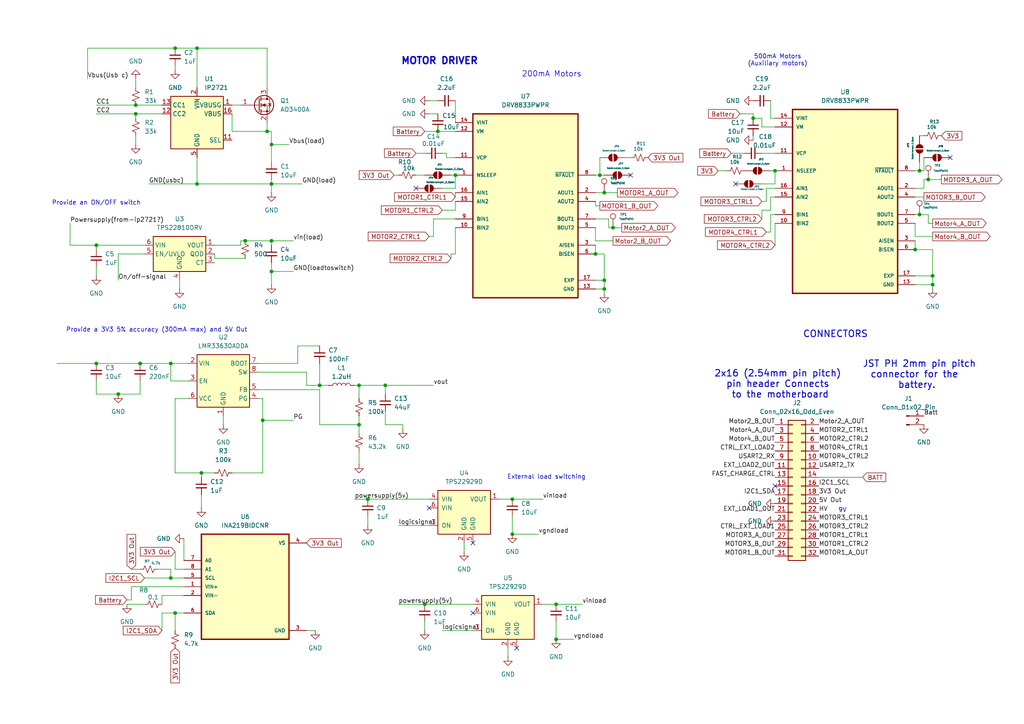
<source format=kicad_sch>
(kicad_sch (version 20250114) (generator "eeschema") (generator_version "9.0")
  (paper "A4")
  (title_block (title "Micrmouse Power Subsystem") (date "2025-03-26") (company "UCT") (comment 1 "HLNKHA010 and MKNMAI001 Group 51") (comment 2 "Author: Khanyisa Hlungwani and Maitele Makungo"))
  (lib_symbols
    (symbol "Connector:Conn_01x02_Pin" (pin_names (offset 1.016) (hide yes))
      (property "Reference" "J" (at 0 2.54 0))
      (property "Value" "Conn_01x02_Pin" (at 0 -5.08 0))
      (symbol "Conn_01x02_Pin_1_1"
        (pin passive line (at 5.08 0 180) (length 3.81) (name "Pin_1") (number "1"))
        (pin passive line (at 5.08 -2.54 180) (length 3.81) (name "Pin_2") (number "2"))
      )
    )
    (symbol "Connector:TestPoint" (pin_numbers (hide yes)) (pin_names (offset 0.762) (hide yes))
      (property "Reference" "TP" (at 0 6.858 0))
      (property "Value" "TestPoint" (at 0 5.08 0))
      (symbol "TestPoint_1_1"
        (pin passive line (at 0 0 90) (length 2.54) (name "1") (number "1"))
      )
    )
    (symbol "Connector_Generic:Conn_02x16_Odd_Even" (pin_names (offset 1.016) (hide yes))
      (property "Reference" "J" (at 1.27 20.32 0))
      (property "Value" "Conn_02x16_Odd_Even" (at 1.27 -22.86 0))
      (symbol "Conn_02x16_Odd_Even_1_1"
        (pin passive line (at -5.08 17.78 0) (length 3.81) (name "Pin_1") (number "1"))
        (pin passive line (at -5.08 15.24 0) (length 3.81) (name "Pin_3") (number "3"))
        (pin passive line (at -5.08 12.7 0) (length 3.81) (name "Pin_5") (number "5"))
        (pin passive line (at -5.08 10.16 0) (length 3.81) (name "Pin_7") (number "7"))
        (pin passive line (at -5.08 7.62 0) (length 3.81) (name "Pin_9") (number "9"))
        (pin passive line (at -5.08 5.08 0) (length 3.81) (name "Pin_11") (number "11"))
        (pin passive line (at -5.08 2.54 0) (length 3.81) (name "Pin_13") (number "13"))
        (pin passive line (at -5.08 0 0) (length 3.81) (name "Pin_15") (number "15"))
        (pin passive line (at -5.08 -2.54 0) (length 3.81) (name "Pin_17") (number "17"))
        (pin passive line (at -5.08 -5.08 0) (length 3.81) (name "Pin_19") (number "19"))
        (pin passive line (at -5.08 -7.62 0) (length 3.81) (name "Pin_21") (number "21"))
        (pin passive line (at -5.08 -10.16 0) (length 3.81) (name "Pin_23") (number "23"))
        (pin passive line (at -5.08 -12.7 0) (length 3.81) (name "Pin_25") (number "25"))
        (pin passive line (at -5.08 -15.24 0) (length 3.81) (name "Pin_27") (number "27"))
        (pin passive line (at -5.08 -17.78 0) (length 3.81) (name "Pin_29") (number "29"))
        (pin passive line (at -5.08 -20.32 0) (length 3.81) (name "Pin_31") (number "31"))
        (pin passive line (at 7.62 17.78 180) (length 3.81) (name "Pin_2") (number "2"))
        (pin passive line (at 7.62 15.24 180) (length 3.81) (name "Pin_4") (number "4"))
        (pin passive line (at 7.62 12.7 180) (length 3.81) (name "Pin_6") (number "6"))
        (pin passive line (at 7.62 10.16 180) (length 3.81) (name "Pin_8") (number "8"))
        (pin passive line (at 7.62 7.62 180) (length 3.81) (name "Pin_10") (number "10"))
        (pin passive line (at 7.62 5.08 180) (length 3.81) (name "Pin_12") (number "12"))
        (pin passive line (at 7.62 2.54 180) (length 3.81) (name "Pin_14") (number "14"))
        (pin passive line (at 7.62 0 180) (length 3.81) (name "Pin_16") (number "16"))
        (pin passive line (at 7.62 -2.54 180) (length 3.81) (name "Pin_18") (number "18"))
        (pin passive line (at 7.62 -5.08 180) (length 3.81) (name "Pin_20") (number "20"))
        (pin passive line (at 7.62 -7.62 180) (length 3.81) (name "Pin_22") (number "22"))
        (pin passive line (at 7.62 -10.16 180) (length 3.81) (name "Pin_24") (number "24"))
        (pin passive line (at 7.62 -12.7 180) (length 3.81) (name "Pin_26") (number "26"))
        (pin passive line (at 7.62 -15.24 180) (length 3.81) (name "Pin_28") (number "28"))
        (pin passive line (at 7.62 -17.78 180) (length 3.81) (name "Pin_30") (number "30"))
        (pin passive line (at 7.62 -20.32 180) (length 3.81) (name "Pin_32") (number "32"))
      )
    )
    (symbol "DRV8833PWPR:DRV8833PWPR" (pin_names (offset 1.016))
      (property "Reference" "U" (at -15.24 28.94 0))
      (property "Value" "DRV8833PWPR" (at -15.24 -29.4 0))
      (symbol "DRV8833PWPR_0_0"
        (pin power_in line (at -20.32 25.4 0) (length 5.08) (name "VINT") (number "14"))
        (pin power_in line (at -20.32 22.86 0) (length 5.08) (name "VM") (number "12"))
        (pin bidirectional line (at -20.32 15.24 0) (length 5.08) (name "VCP") (number "11"))
        (pin input line (at -20.32 10.16 0) (length 5.08) (name "NSLEEP") (number "1"))
        (pin input line (at -20.32 5.08 0) (length 5.08) (name "AIN1") (number "16"))
        (pin input line (at -20.32 2.54 0) (length 5.08) (name "AIN2") (number "15"))
        (pin input line (at -20.32 -2.54 0) (length 5.08) (name "BIN1") (number "9"))
        (pin input line (at -20.32 -5.08 0) (length 5.08) (name "BIN2") (number "10"))
        (pin output line (at 20.32 10.16 180) (length 5.08) (name "~{NFAULT}") (number "8"))
        (pin output line (at 20.32 5.08 180) (length 5.08) (name "AOUT1") (number "2"))
        (pin output line (at 20.32 2.54 180) (length 5.08) (name "AOUT2") (number "4"))
        (pin output line (at 20.32 -2.54 180) (length 5.08) (name "BOUT1") (number "7"))
        (pin output line (at 20.32 -5.08 180) (length 5.08) (name "BOUT2") (number "5"))
        (pin bidirectional line (at 20.32 -10.16 180) (length 5.08) (name "AISEN") (number "3"))
        (pin bidirectional line (at 20.32 -12.7 180) (length 5.08) (name "BISEN") (number "6"))
        (pin passive line (at 20.32 -20.32 180) (length 5.08) (name "EXP") (number "17"))
        (pin power_in line (at 20.32 -22.86 180) (length 5.08) (name "GND") (number "13"))
      )
    )
    (symbol "Device:C_Small" (pin_numbers (hide yes)) (pin_names (offset 0.254) (hide yes))
      (property "Reference" "C" (at 0.254 1.778 0))
      (property "Value" "C_Small" (at 0.254 -2.032 0))
      (symbol "C_Small_1_1"
        (pin passive line (at 0 2.54 270) (length 2.032) (name "~") (number "1"))
        (pin passive line (at 0 -2.54 90) (length 2.032) (name "~") (number "2"))
      )
    )
    (symbol "Device:L" (pin_numbers (hide yes)) (pin_names (offset 1.016) (hide yes))
      (property "Reference" "L" (at -1.27 0 90))
      (property "Value" "L" (at 1.905 0 90))
      (symbol "L_1_1"
        (pin passive line (at 0 3.81 270) (length 1.27) (name "1") (number "1"))
        (pin passive line (at 0 -3.81 90) (length 1.27) (name "2") (number "2"))
      )
    )
    (symbol "Device:R_Small_US" (pin_numbers (hide yes)) (pin_names (offset 0.254) (hide yes))
      (property "Reference" "R" (at 0.762 0.508 0))
      (property "Value" "R_Small_US" (at 0.762 -1.016 0))
      (symbol "R_Small_US_1_1"
        (pin passive line (at 0 2.54 270) (length 1.016) (name "~") (number "1"))
        (pin passive line (at 0 -2.54 90) (length 1.016) (name "~") (number "2"))
      )
    )
    (symbol "INA219BIDCNR:INA219BIDCNR" (pin_names (offset 1.016))
      (property "Reference" "U" (at -12.7 16.24 0))
      (property "Value" "INA219BIDCNR" (at -12.7 -19.24 0))
      (symbol "INA219BIDCNR_0_0"
        (pin input line (at -17.78 7.62 0) (length 5.08) (name "A0") (number "7"))
        (pin input line (at -17.78 5.08 0) (length 5.08) (name "A1") (number "8"))
        (pin input line (at -17.78 2.54 0) (length 5.08) (name "SCL") (number "5"))
        (pin input line (at -17.78 0 0) (length 5.08) (name "VIN+") (number "1"))
        (pin input line (at -17.78 -2.54 0) (length 5.08) (name "VIN-") (number "2"))
        (pin bidirectional line (at -17.78 -7.62 0) (length 5.08) (name "SDA") (number "6"))
        (pin power_in line (at 17.78 12.7 180) (length 5.08) (name "VS") (number "4"))
        (pin power_in line (at 17.78 -12.7 180) (length 5.08) (name "GND") (number "3"))
      )
    )
    (symbol "Interface_USB:IP2721"
      (property "Reference" "U" (at 5.08 -10.16 0))
      (property "Value" "IP2721" (at 7.62 -12.7 0))
      (symbol "IP2721_1_1"
        (pin bidirectional line (at -10.16 5.08 0) (length 2.54) (name "CC1") (number "13"))
        (pin bidirectional line (at -10.16 2.54 0) (length 2.54) (name "CC2") (number "12"))
        (pin no_connect line (at -7.62 -2.54 0) (length 2.54) (hide yes) (name "NC") (number "4"))
        (pin no_connect line (at -5.08 7.62 270) (length 2.54) (hide yes) (name "NC") (number "3"))
        (pin no_connect line (at -5.08 -7.62 90) (length 2.54) (hide yes) (name "NC") (number "9"))
        (pin no_connect line (at -2.54 7.62 270) (length 2.54) (hide yes) (name "NC") (number "6"))
        (pin no_connect line (at -2.54 -7.62 90) (length 2.54) (hide yes) (name "NC") (number "10"))
        (pin power_in line (at 0 10.16 270) (length 2.54) (name "VIN") (number "2"))
        (pin power_in line (at 0 -10.16 90) (length 2.54) (name "GND") (number "5"))
        (pin no_connect line (at 2.54 7.62 270) (length 2.54) (hide yes) (name "NC") (number "7"))
        (pin no_connect line (at 2.54 -7.62 90) (length 2.54) (hide yes) (name "NC") (number "14"))
        (pin no_connect line (at 5.08 7.62 270) (length 2.54) (hide yes) (name "NC") (number "8"))
        (pin no_connect line (at 5.08 -7.62 90) (length 2.54) (hide yes) (name "NC") (number "15"))
        (pin output line (at 10.16 5.08 180) (length 2.54) (name "VBUSG") (number "1"))
        (pin input line (at 10.16 2.54 180) (length 2.54) (name "VBUS") (number "16"))
        (pin input line (at 10.16 -5.08 180) (length 2.54) (name "SEL") (number "11"))
      )
    )
    (symbol "Jumper:SolderJumper_2_Open" (pin_numbers (hide yes)) (pin_names (offset 0) (hide yes)) (exclude_from_sim yes) (in_bom no)
      (property "Reference" "JP" (at 0 2.032 0))
      (property "Value" "SolderJumper_2_Open" (at 0 -2.54 0))
      (symbol "SolderJumper_2_Open_1_1"
        (pin passive line (at -3.81 0 0) (length 2.54) (name "A") (number "1"))
        (pin passive line (at 3.81 0 180) (length 2.54) (name "B") (number "2"))
      )
    )
    (symbol "Power_Management:TPS22810DRV"
      (property "Reference" "U" (at -6.35 6.35 0))
      (property "Value" "TPS22810DRV" (at 7.62 -6.35 0))
      (symbol "TPS22810DRV_1_1"
        (pin power_in line (at -10.16 2.54 0) (length 2.54) (name "VIN") (number "6"))
        (pin input line (at -10.16 0 0) (length 2.54) (name "EN/UVLO") (number "5"))
        (pin power_in line (at 0 -7.62 90) (length 2.54) (name "GND") (number "4"))
        (pin passive line (at 0 -7.62 90) (length 2.54) (hide yes) (name "GND") (number "7"))
        (pin power_out line (at 10.16 2.54 180) (length 2.54) (name "VOUT") (number "1"))
        (pin open_collector line (at 10.16 0 180) (length 2.54) (name "QOD") (number "2"))
        (pin output line (at 10.16 -2.54 180) (length 2.54) (name "CT") (number "3"))
      )
    )
    (symbol "Power_Management:TPS22929D" (pin_names (offset 1.016))
      (property "Reference" "U" (at -7.62 8.89 0))
      (property "Value" "TPS22929D" (at 7.62 8.89 0))
      (symbol "TPS22929D_1_1"
        (pin power_in line (at -10.16 5.08 0) (length 2.54) (name "VIN") (number "4"))
        (pin power_in line (at -10.16 2.54 0) (length 2.54) (name "VIN") (number "6"))
        (pin input line (at -10.16 -2.54 0) (length 2.54) (name "ON") (number "3"))
        (pin power_in line (at 0 -7.62 90) (length 2.54) (name "GND") (number "2"))
        (pin power_in line (at 2.54 -7.62 90) (length 2.54) (name "GND") (number "5"))
        (pin power_out line (at 10.16 5.08 180) (length 2.54) (name "VOUT") (number "1"))
      )
    )
    (symbol "Regulator_Switching:LMR33630ADDA"
      (property "Reference" "U" (at 0 11.43 0))
      (property "Value" "LMR33630ADDA" (at 0 8.89 0))
      (symbol "LMR33630ADDA_1_1"
        (pin power_in line (at -10.16 5.08 0) (length 2.54) (name "VIN") (number "2"))
        (pin input line (at -10.16 0 0) (length 2.54) (name "EN") (number "3"))
        (pin power_out line (at -10.16 -5.08 0) (length 2.54) (name "VCC") (number "6"))
        (pin power_in line (at 0 -10.16 90) (length 2.54) (name "GND") (number "1"))
        (pin passive line (at 0 -10.16 90) (length 2.54) (hide yes) (name "GND") (number "9"))
        (pin input line (at 10.16 5.08 180) (length 2.54) (name "BOOT") (number "7"))
        (pin output line (at 10.16 2.54 180) (length 2.54) (name "SW") (number "8"))
        (pin input line (at 10.16 -2.54 180) (length 2.54) (name "FB") (number "5"))
        (pin open_collector line (at 10.16 -5.08 180) (length 2.54) (name "PG") (number "4"))
      )
    )
    (symbol "Transistor_FET:AO3400A" (pin_names (hide yes))
      (property "Reference" "Q" (at 5.08 1.905 0))
      (property "Value" "AO3400A" (at 5.08 0 0))
      (symbol "AO3400A_1_1"
        (pin input line (at -5.08 0 0) (length 2.54) (name "G") (number "1"))
        (pin passive line (at 2.54 5.08 270) (length 2.54) (name "D") (number "3"))
        (pin passive line (at 2.54 -5.08 90) (length 2.54) (name "S") (number "2"))
      )
    )
    (symbol "power:GND" (power) (pin_numbers (hide yes)) (pin_names (offset 0) (hide yes))
      (property "Value" "GND" (at 0 -3.81 0))
      (symbol "GND_1_1"
        (pin power_in line (at 0 0 270) (length 0) (name "~") (number "1"))
      )
    )
  )
  (text "2x16 (2.54mm pin pitch) \npin header Connects \nto the motherboard\n" (at 226.314 111.506 0) (effects (font (size 1.9 1.9) (thickness 0.254) (bold yes))))
  (text "Provide an ON/OFF switch" (at 27.94 58.928 0) (effects (font (size 1.27 1.27))))
  (text "9V\n" (at 244.348 148.082 0) (effects (font (size 1.27 1.27))))
  (text "MOTOR DRIVER" (at 127.508 17.78 0) (effects (font (size 2 2) (thickness 0.4) (bold yes))))
  (text "Provide a 3V3 5% accuracy (300mA max) and 5V Out" (at 45.466 95.758 0) (effects (font (size 1.27 1.27))))
  (text "200mA Motors" (at 160.02 21.59 0) (effects (font (size 1.6 1.6))))
  (text "CONNECTORS" (at 242.316 97.028 0) (effects (font (size 1.9 1.9) (thickness 0.254) (bold yes))))
  (text " JST PH 2mm pin pitch\nconnector for the \nbattery." (at 265.938 108.712 0) (effects (font (size 1.9 1.9) (thickness 0.254) (bold yes))))
  (text "500mA Motors\n(Auxiliary motors)\n" (at 225.552 17.526 0) (effects (font (size 1.27 1.27))))
  (text "External load switching" (at 158.496 138.43 0) (effects (font (size 1.27 1.27))))
  (junction (at 39.37 33.02))
  (junction (at 78.74 41.91))
  (junction (at 104.14 111.76))
  (junction (at 218.44 34.29))
  (junction (at 76.2 121.92))
  (junction (at 161.29 175.26))
  (junction (at 34.29 114.3))
  (junction (at 127 38.1))
  (junction (at 270.51 82.55))
  (junction (at 172.72 73.66))
  (junction (at 50.8 13.97))
  (junction (at 57.15 13.97))
  (junction (at 78.74 53.34))
  (junction (at 177.8 66.04))
  (junction (at 27.94 71.12))
  (junction (at 49.53 105.41))
  (junction (at 175.26 55.88))
  (junction (at 106.68 144.78))
  (junction (at 123.19 175.26))
  (junction (at 269.24 52.07))
  (junction (at 224.79 49.53))
  (junction (at 39.37 30.48))
  (junction (at 148.59 154.94))
  (junction (at 78.74 78.74))
  (junction (at 71.12 69.85))
  (junction (at 40.64 105.41))
  (junction (at 270.51 80.01))
  (junction (at 92.71 111.76))
  (junction (at 161.29 185.42))
  (junction (at 148.59 144.78))
  (junction (at 265.43 72.39))
  (junction (at 111.76 111.76))
  (junction (at 173.99 50.8))
  (junction (at 77.47 38.1))
  (junction (at 27.94 105.41))
  (junction (at 266.7 49.53))
  (junction (at 175.26 81.28))
  (junction (at 57.15 53.34))
  (junction (at 266.7 62.23))
  (junction (at 58.42 137.16))
  (junction (at 104.14 123.19))
  (junction (at 49.53 167.64))
  (junction (at 78.74 69.85))
  (junction (at 175.26 83.82))
  (junction (at 50.8 177.8))
  (junction (at 132.08 50.8))
  (no_connect (at 213.36 53.34))
  (no_connect (at 149.86 187.96))
  (no_connect (at 224.79 140.97))
  (no_connect (at 182.88 50.8))
  (no_connect (at 137.16 157.48))
  (no_connect (at 275.59 45.72))
  (no_connect (at 137.16 177.8))
  (no_connect (at 124.46 147.32))
  (no_connect (at 120.65 54.61))
  (wire (pts (xy 69.85 69.85) (xy 71.12 69.85)))
  (wire (pts (xy 76.2 121.92) (xy 76.2 137.16)))
  (wire (pts (xy 45.72 165.1) (xy 49.53 165.1)))
  (wire (pts (xy 78.74 69.85) (xy 85.09 69.85)))
  (wire (pts (xy 161.29 185.42) (xy 166.37 185.42)))
  (wire (pts (xy 116.84 123.19) (xy 111.76 123.19)))
  (wire (pts (xy 175.26 55.88) (xy 172.72 55.88)))
  (wire (pts (xy 104.14 111.76) (xy 111.76 111.76)))
  (wire (pts (xy 270.51 83.82) (xy 270.51 82.55)))
  (wire (pts (xy 175.26 83.82) (xy 175.26 81.28)))
  (wire (pts (xy 267.97 54.61) (xy 265.43 54.61)))
  (wire (pts (xy 223.52 57.15) (xy 223.52 60.96)))
  (wire (pts (xy 224.79 62.23) (xy 223.52 62.23)))
  (wire (pts (xy 62.23 137.16) (xy 58.42 137.16)))
  (wire (pts (xy 175.26 85.09) (xy 175.26 83.82)))
  (wire (pts (xy 115.57 152.4) (xy 124.46 152.4)))
  (wire (pts (xy 270.51 64.77) (xy 269.24 64.77)))
  (wire (pts (xy 132.08 73.66) (xy 132.08 66.04)))
  (wire (pts (xy 102.87 111.76) (xy 104.14 111.76)))
  (wire (pts (xy 173.99 45.72) (xy 173.99 50.8)))
  (wire (pts (xy 115.57 175.26) (xy 123.19 175.26)))
  (wire (pts (xy 125.73 63.5) (xy 132.08 63.5)))
  (wire (pts (xy 173.99 59.69) (xy 172.72 59.69)))
  (wire (pts (xy 57.15 13.97) (xy 77.47 13.97)))
  (wire (pts (xy 38.1 173.99) (xy 38.1 170.18)))
  (wire (pts (xy 265.43 80.01) (xy 270.51 80.01)))
  (wire (pts (xy 49.53 167.64) (xy 53.34 167.64)))
  (wire (pts (xy 57.15 45.72) (xy 57.15 53.34)))
  (wire (pts (xy 148.59 149.86) (xy 148.59 154.94)))
  (wire (pts (xy 270.51 80.01) (xy 270.51 72.39)))
  (wire (pts (xy 223.52 60.96) (xy 220.98 60.96)))
  (wire (pts (xy 132.08 54.61) (xy 132.08 50.8)))
  (wire (pts (xy 53.34 162.56) (xy 53.34 156.21)))
  (wire (pts (xy 74.93 105.41) (xy 86.36 105.41)))
  (wire (pts (xy 20.32 71.12) (xy 27.94 71.12)))
  (wire (pts (xy 173.99 50.8) (xy 175.26 50.8)))
  (wire (pts (xy 20.32 64.77) (xy 20.32 71.12)))
  (wire (pts (xy 27.94 71.12) (xy 41.91 71.12)))
  (wire (pts (xy 172.72 81.28) (xy 175.26 81.28)))
  (wire (pts (xy 266.7 49.53) (xy 267.97 49.53)))
  (wire (pts (xy 179.07 55.88) (xy 175.26 55.88)))
  (wire (pts (xy 78.74 52.07) (xy 78.74 53.34)))
  (wire (pts (xy 132.08 57.15) (xy 132.08 55.88)))
  (wire (pts (xy 77.47 13.97) (xy 77.47 25.4)))
  (wire (pts (xy 27.94 105.41) (xy 40.64 105.41)))
  (wire (pts (xy 43.18 53.34) (xy 57.15 53.34)))
  (wire (pts (xy 132.08 60.96) (xy 132.08 58.42)))
  (wire (pts (xy 265.43 69.85) (xy 265.43 72.39)))
  (wire (pts (xy 175.26 81.28) (xy 175.26 73.66)))
  (wire (pts (xy 267.97 57.15) (xy 265.43 57.15)))
  (wire (pts (xy 71.12 69.85) (xy 78.74 69.85)))
  (wire (pts (xy 267.97 49.53) (xy 267.97 45.72)))
  (wire (pts (xy 250.19 138.43) (xy 237.49 138.43)))
  (wire (pts (xy 78.74 78.74) (xy 78.74 82.55)))
  (wire (pts (xy 76.2 121.92) (xy 76.2 115.57)))
  (wire (pts (xy 223.52 34.29) (xy 224.79 34.29)))
  (wire (pts (xy 130.81 74.93) (xy 130.81 73.66)))
  (wire (pts (xy 123.19 175.26) (xy 137.16 175.26)))
  (wire (pts (xy 104.14 130.81) (xy 104.14 134.62)))
  (wire (pts (xy 67.31 30.48) (xy 69.85 30.48)))
  (wire (pts (xy 39.37 33.02) (xy 46.99 33.02)))
  (wire (pts (xy 214.63 33.02) (xy 218.44 33.02)))
  (wire (pts (xy 53.34 177.8) (xy 50.8 177.8)))
  (wire (pts (xy 220.98 36.83) (xy 220.98 34.29)))
  (wire (pts (xy 111.76 111.76) (xy 111.76 114.3)))
  (wire (pts (xy 116.84 123.19) (xy 116.84 124.46)))
  (wire (pts (xy 64.77 120.65) (xy 64.77 123.19)))
  (wire (pts (xy 92.71 111.76) (xy 95.25 111.76)))
  (wire (pts (xy 77.47 35.56) (xy 77.47 38.1)))
  (wire (pts (xy 123.19 38.1) (xy 127 38.1)))
  (wire (pts (xy 208.28 49.53) (xy 210.82 49.53)))
  (wire (pts (xy 181.61 45.72) (xy 182.88 45.72)))
  (wire (pts (xy 176.53 63.5) (xy 172.72 63.5)))
  (wire (pts (xy 104.14 120.65) (xy 104.14 123.19)))
  (wire (pts (xy 220.98 44.45) (xy 224.79 44.45)))
  (wire (pts (xy 27.94 30.48) (xy 39.37 30.48)))
  (wire (pts (xy 46.99 182.88) (xy 46.99 177.8)))
  (wire (pts (xy 78.74 53.34) (xy 78.74 55.88)))
  (wire (pts (xy 128.27 54.61) (xy 132.08 54.61)))
  (wire (pts (xy 111.76 123.19) (xy 111.76 119.38)))
  (wire (pts (xy 49.53 105.41) (xy 54.61 105.41)))
  (wire (pts (xy 67.31 38.1) (xy 77.47 38.1)))
  (wire (pts (xy 161.29 175.26) (xy 168.91 175.26)))
  (wire (pts (xy 144.78 144.78) (xy 148.59 144.78)))
  (wire (pts (xy 106.68 149.86) (xy 106.68 152.4)))
  (wire (pts (xy 40.64 110.49) (xy 40.64 114.3)))
  (wire (pts (xy 157.48 175.26) (xy 161.29 175.26)))
  (wire (pts (xy 220.98 60.96) (xy 220.98 63.5)))
  (wire (pts (xy 127 38.1) (xy 132.08 38.1)))
  (wire (pts (xy 224.79 53.34) (xy 220.98 53.34)))
  (wire (pts (xy 39.37 30.48) (xy 46.99 30.48)))
  (wire (pts (xy 16.51 105.41) (xy 27.94 105.41)))
  (wire (pts (xy 49.53 165.1) (xy 49.53 167.64)))
  (wire (pts (xy 57.15 13.97) (xy 57.15 25.4)))
  (wire (pts (xy 50.8 177.8) (xy 50.8 182.88)))
  (wire (pts (xy 269.24 64.77) (xy 269.24 62.23)))
  (wire (pts (xy 172.72 83.82) (xy 175.26 83.82)))
  (wire (pts (xy 77.47 38.1) (xy 78.74 38.1)))
  (wire (pts (xy 74.93 113.03) (xy 92.71 113.03)))
  (wire (pts (xy 57.15 53.34) (xy 78.74 53.34)))
  (wire (pts (xy 54.61 110.49) (xy 49.53 110.49)))
  (wire (pts (xy 85.09 121.92) (xy 76.2 121.92)))
  (wire (pts (xy 88.9 111.76) (xy 88.9 107.95)))
  (wire (pts (xy 69.85 71.12) (xy 69.85 69.85)))
  (wire (pts (xy 78.74 53.34) (xy 87.63 53.34)))
  (wire (pts (xy 129.54 45.72) (xy 132.08 45.72)))
  (wire (pts (xy 62.23 73.66) (xy 62.23 74.93)))
  (wire (pts (xy 224.79 54.61) (xy 222.25 54.61)))
  (wire (pts (xy 130.81 50.8) (xy 132.08 50.8)))
  (wire (pts (xy 27.94 77.47) (xy 27.94 80.01)))
  (wire (pts (xy 67.31 33.02) (xy 67.31 38.1)))
  (wire (pts (xy 172.72 50.8) (xy 173.99 50.8)))
  (wire (pts (xy 34.29 73.66) (xy 41.91 73.66)))
  (wire (pts (xy 180.34 66.04) (xy 177.8 66.04)))
  (wire (pts (xy 88.9 182.88) (xy 91.44 182.88)))
  (wire (pts (xy 34.29 114.3) (xy 40.64 114.3)))
  (wire (pts (xy 125.73 68.58) (xy 125.73 63.5)))
  (wire (pts (xy 104.14 111.76) (xy 104.14 115.57)))
  (wire (pts (xy 224.79 57.15) (xy 223.52 57.15)))
  (wire (pts (xy 172.72 59.69) (xy 172.72 58.42)))
  (wire (pts (xy 120.65 44.45) (xy 123.19 44.45)))
  (wire (pts (xy 128.27 60.96) (xy 132.08 60.96)))
  (wire (pts (xy 78.74 76.2) (xy 78.74 78.74)))
  (wire (pts (xy 161.29 180.34) (xy 161.29 185.42)))
  (wire (pts (xy 147.32 187.96) (xy 147.32 190.5)))
  (wire (pts (xy 114.3 50.8) (xy 115.57 50.8)))
  (wire (pts (xy 27.94 110.49) (xy 27.94 114.3)))
  (wire (pts (xy 92.71 111.76) (xy 88.9 111.76)))
  (wire (pts (xy 78.74 41.91) (xy 78.74 46.99)))
  (wire (pts (xy 92.71 123.19) (xy 104.14 123.19)))
  (wire (pts (xy 128.27 182.88) (xy 137.16 182.88)))
  (wire (pts (xy 50.8 115.57) (xy 54.61 115.57)))
  (wire (pts (xy 177.8 69.85) (xy 172.72 69.85)))
  (wire (pts (xy 269.24 62.23) (xy 266.7 62.23)))
  (wire (pts (xy 273.05 52.07) (xy 269.24 52.07)))
  (wire (pts (xy 62.23 74.93) (xy 71.12 74.93)))
  (wire (pts (xy 215.9 44.45) (xy 212.09 44.45)))
  (wire (pts (xy 148.59 144.78) (xy 157.48 144.78)))
  (wire (pts (xy 128.27 44.45) (xy 129.54 44.45)))
  (wire (pts (xy 46.99 172.72) (xy 53.34 172.72)))
  (wire (pts (xy 177.8 66.04) (xy 176.53 66.04)))
  (wire (pts (xy 130.81 73.66) (xy 132.08 73.66)))
  (wire (pts (xy 38.1 170.18) (xy 53.34 170.18)))
  (wire (pts (xy 224.79 71.12) (xy 224.79 64.77)))
  (wire (pts (xy 266.7 46.99) (xy 266.7 49.53)))
  (wire (pts (xy 127 29.21) (xy 124.46 29.21)))
  (wire (pts (xy 223.52 29.21) (xy 223.52 34.29)))
  (wire (pts (xy 92.71 113.03) (xy 92.71 123.19)))
  (wire (pts (xy 266.7 39.37) (xy 267.97 39.37)))
  (wire (pts (xy 148.59 154.94) (xy 156.21 154.94)))
  (wire (pts (xy 218.44 39.37) (xy 218.44 40.64)))
  (wire (pts (xy 41.91 175.26) (xy 36.83 175.26)))
  (wire (pts (xy 58.42 137.16) (xy 50.8 137.16)))
  (wire (pts (xy 224.79 36.83) (xy 220.98 36.83)))
  (wire (pts (xy 129.54 44.45) (xy 129.54 45.72)))
  (wire (pts (xy 78.74 78.74) (xy 85.09 78.74)))
  (wire (pts (xy 62.23 71.12) (xy 69.85 71.12)))
  (wire (pts (xy 176.53 66.04) (xy 176.53 63.5)))
  (wire (pts (xy 27.94 71.12) (xy 27.94 72.39)))
  (wire (pts (xy 102.87 144.78) (xy 106.68 144.78)))
  (wire (pts (xy 92.71 105.41) (xy 92.71 111.76)))
  (wire (pts (xy 46.99 175.26) (xy 46.99 172.72)))
  (wire (pts (xy 172.72 71.12) (xy 172.72 73.66)))
  (wire (pts (xy 38.1 165.1) (xy 40.64 165.1)))
  (wire (pts (xy 74.93 107.95) (xy 88.9 107.95)))
  (wire (pts (xy 269.24 52.07) (xy 267.97 52.07)))
  (wire (pts (xy 132.08 29.21) (xy 132.08 35.56)))
  (wire (pts (xy 218.44 33.02) (xy 218.44 34.29)))
  (wire (pts (xy 172.72 69.85) (xy 172.72 66.04)))
  (wire (pts (xy 223.52 49.53) (xy 224.79 49.53)))
  (wire (pts (xy 124.46 68.58) (xy 125.73 68.58)))
  (wire (pts (xy 120.65 50.8) (xy 123.19 50.8)))
  (wire (pts (xy 74.93 115.57) (xy 76.2 115.57)))
  (wire (pts (xy 41.91 167.64) (xy 49.53 167.64)))
  (wire (pts (xy 86.36 100.33) (xy 92.71 100.33)))
  (wire (pts (xy 106.68 144.78) (xy 124.46 144.78)))
  (wire (pts (xy 265.43 68.58) (xy 265.43 64.77)))
  (wire (pts (xy 58.42 143.51) (xy 58.42 147.32)))
  (wire (pts (xy 111.76 111.76) (xy 125.73 111.76)))
  (wire (pts (xy 86.36 105.41) (xy 86.36 100.33)))
  (wire (pts (xy 27.94 33.02) (xy 39.37 33.02)))
  (wire (pts (xy 50.8 137.16) (xy 50.8 115.57)))
  (wire (pts (xy 67.31 137.16) (xy 76.2 137.16)))
  (wire (pts (xy 52.07 81.28) (xy 52.07 83.82)))
  (wire (pts (xy 104.14 123.19) (xy 104.14 125.73)))
  (wire (pts (xy 78.74 41.91) (xy 83.82 41.91)))
  (wire (pts (xy 58.42 137.16) (xy 58.42 138.43)))
  (wire (pts (xy 270.51 68.58) (xy 265.43 68.58)))
  (wire (pts (xy 223.52 67.31) (xy 222.25 67.31)))
  (wire (pts (xy 222.25 58.42) (xy 220.98 58.42)))
  (wire (pts (xy 223.52 62.23) (xy 223.52 67.31)))
  (wire (pts (xy 39.37 22.86) (xy 39.37 25.4)))
  (wire (pts (xy 266.7 62.23) (xy 265.43 62.23)))
  (wire (pts (xy 34.29 114.3) (xy 27.94 114.3)))
  (wire (pts (xy 50.8 13.97) (xy 57.15 13.97)))
  (wire (pts (xy 172.72 73.66) (xy 175.26 73.66)))
  (wire (pts (xy 39.37 39.37) (xy 39.37 41.91)))
  (wire (pts (xy 124.46 33.02) (xy 127 33.02)))
  (wire (pts (xy 270.51 72.39) (xy 265.43 72.39)))
  (wire (pts (xy 267.97 52.07) (xy 267.97 54.61)))
  (wire (pts (xy 265.43 82.55) (xy 270.51 82.55)))
  (wire (pts (xy 25.4 13.97) (xy 50.8 13.97)))
  (wire (pts (xy 49.53 105.41) (xy 49.53 110.49)))
  (wire (pts (xy 53.34 165.1) (xy 50.8 165.1)))
  (wire (pts (xy 36.83 173.99) (xy 38.1 173.99)))
  (wire (pts (xy 270.51 82.55) (xy 270.51 80.01)))
  (wire (pts (xy 34.29 81.28) (xy 34.29 73.66)))
  (wire (pts (xy 78.74 38.1) (xy 78.74 41.91)))
  (wire (pts (xy 220.98 34.29) (xy 218.44 34.29)))
  (wire (pts (xy 224.79 49.53) (xy 224.79 53.34)))
  (wire (pts (xy 50.8 165.1) (xy 50.8 160.02)))
  (wire (pts (xy 78.74 71.12) (xy 78.74 69.85)))
  (wire (pts (xy 40.64 105.41) (xy 49.53 105.41)))
  (wire (pts (xy 123.19 180.34) (xy 123.19 182.88)))
  (wire (pts (xy 46.99 177.8) (xy 50.8 177.8)))
  (wire (pts (xy 134.62 157.48) (xy 134.62 160.02)))
  (wire (pts (xy 25.4 22.86) (xy 25.4 13.97)))
  (wire (pts (xy 222.25 54.61) (xy 222.25 58.42)))
  (wire (pts (xy 50.8 19.05) (xy 50.8 20.32)))
  (wire (pts (xy 39.37 34.29) (xy 39.37 33.02)))
  (wire (pts (xy 265.43 49.53) (xy 266.7 49.53)))
  (label "Motor2_A_OUT" (at 237.49 123.19 0) (effects (font (thickness 0.1588))))
  (label "vinload" (at 157.48 144.78 0))
  (label "CC2" (at 27.94 33.02 0))
  (label "MOTOR1_CTRL2" (at 237.49 158.75 0))
  (label "Motor4_B_OUT" (at 224.79 128.27 180))
  (label "vin(load)" (at 85.09 69.85 0))
  (label "vgndload" (at 156.21 154.94 0))
  (label "MOTOR1_B_OUT" (at 224.79 161.29 180))
  (label "5V Out" (at 237.49 146.05 0))
  (label "FAST_CHARGE_CTRL" (at 224.79 138.43 180))
  (label "MOTOR2_CTRL2" (at 237.49 128.27 0))
  (label "USART2_TX" (at 237.49 135.89 0))
  (label "USART2_RX" (at 224.79 133.35 180))
  (label "Batt" (at 267.97 120.65 0) (effects (font (thickness 0.1588))))
  (label "EXT_LOAD1_OUT" (at 224.79 148.59 180))
  (label "MOTOR1_A_OUT" (at 237.49 161.29 0))
  (label "vout" (at 125.73 111.76 0))
  (label "powersupply(5v)" (at 102.87 144.78 0))
  (label "Vbus(Usb c)" (at 25.4 22.86 0))
  (label "MOTOR3_B_OUT" (at 224.79 158.75 180))
  (label "GND(usbc)" (at 43.18 53.34 0))
  (label "Motor4_A_OUT" (at 224.79 125.73 180))
  (label "Powersupply(from-ip2721?)" (at 20.32 64.77 0))
  (label "GND(loadtoswitch)" (at 85.09 78.74 0))
  (label "powersupply(5v)" (at 115.57 175.26 0))
  (label "Vbus(load)" (at 83.82 41.91 0))
  (label "Motor2_B_OUT" (at 224.79 123.19 180) (effects (font (thickness 0.1588))))
  (label "3V3 Out" (at 237.49 143.51 0))
  (label "MOTOR3_A_OUT" (at 224.79 156.21 180))
  (label "CTRL_EXT_LOAD2" (at 224.79 130.81 180))
  (label "logicsignal" (at 115.57 152.4 0))
  (label "logicsignal" (at 128.27 182.88 0))
  (label "HV" (at 237.49 148.59 0))
  (label "GND(load)" (at 87.63 53.34 0))
  (label "I2C1_SCL" (at 237.49 140.97 0))
  (label "MOTOR2_CTRL1" (at 237.49 125.73 0))
  (label "On{slash}off-signal" (at 34.29 81.28 0))
  (label "MOTOR1_CTRL1" (at 237.49 156.21 0))
  (label "vgndload" (at 166.37 185.42 0))
  (label "CTRL_EXT_LOAD1" (at 224.79 153.67 180))
  (label "MOTOR4_CTRL1" (at 237.49 130.81 0))
  (label "CC1" (at 27.94 30.48 0))
  (label "MOTOR4_CTRL2" (at 237.49 133.35 0))
  (label "PG" (at 85.09 121.92 0))
  (label "EXT_LOAD2_OUT" (at 224.79 135.89 180))
  (label "MOTOR3_CTRL1" (at 237.49 151.13 0))
  (label "MOTOR3_CTRL2" (at 237.49 153.67 0))
  (label "I2C1_SDA" (at 224.79 143.51 180))
  (label "vinload" (at 168.91 175.26 0))
  (global_label "3V3" (shape input) (at 273.05 39.37 0) (property "Intersheetrefs" "${INTERSHEET_REFS}" (effects (hide yes))))
  (global_label "Battery" (shape input) (at 123.19 38.1 180) (property "Intersheetrefs" "${INTERSHEET_REFS}" (effects (hide yes))))
  (global_label "MOTOR3_A_OUT " (shape output) (at 273.05 52.07 0) (property "Intersheetrefs" "${INTERSHEET_REFS}" (effects (hide yes))))
  (global_label "Motor4_A_OUT" (shape output) (at 270.51 64.77 0) (property "Intersheetrefs" "${INTERSHEET_REFS}" (effects (hide yes))))
  (global_label "3V3 Out" (shape input) (at 114.3 50.8 180) (property "Intersheetrefs" "${INTERSHEET_REFS}" (effects (hide yes))))
  (global_label "Motor2_B_OUT " (shape output) (at 177.8 69.85 0) (property "Intersheetrefs" "${INTERSHEET_REFS}" (effects (hide yes))))
  (global_label "3V3 Out" (shape input) (at 50.8 187.96 270) (property "Intersheetrefs" "${INTERSHEET_REFS}" (effects (hide yes))))
  (global_label "MOTOR1_B_OUT" (shape output) (at 173.99 59.69 0) (property "Intersheetrefs" "${INTERSHEET_REFS}" (effects (hide yes))))
  (global_label "MOTOR3_B_OUT " (shape output) (at 267.97 57.15 0) (property "Intersheetrefs" "${INTERSHEET_REFS}" (effects (hide yes))))
  (global_label "3V3 Out" (shape input) (at 50.8 160.02 180) (property "Intersheetrefs" "${INTERSHEET_REFS}" (effects (hide yes))))
  (global_label "I2C1_SCL" (shape input) (at 41.91 167.64 180) (property "Intersheetrefs" "${INTERSHEET_REFS}" (effects (hide yes))))
  (global_label "3V3 Out" (shape input) (at 187.96 45.72 0) (property "Intersheetrefs" "${INTERSHEET_REFS}" (effects (hide yes))))
  (global_label "3V3 Out" (shape input) (at 88.9 157.48 0) (property "Intersheetrefs" "${INTERSHEET_REFS}" (effects (hide yes))))
  (global_label "BATT" (shape input) (at 250.19 138.43 0) (property "Intersheetrefs" "${INTERSHEET_REFS}" (effects (hide yes))))
  (global_label "MOTOR2_CTRL1 " (shape input) (at 124.46 68.58 180) (property "Intersheetrefs" "${INTERSHEET_REFS}" (effects (hide yes))))
  (global_label "MOTOR2_CTRL2 " (shape input) (at 130.81 74.93 180) (property "Intersheetrefs" "${INTERSHEET_REFS}" (effects (hide yes))))
  (global_label "MOTOR4_CTRL1 " (shape input) (at 222.25 67.31 180) (property "Intersheetrefs" "${INTERSHEET_REFS}" (effects (hide yes))))
  (global_label "Battery" (shape input) (at 212.09 44.45 180) (property "Intersheetrefs" "${INTERSHEET_REFS}" (effects (hide yes))))
  (global_label "Motor2_A_OUT" (shape output) (at 180.34 66.04 0) (property "Intersheetrefs" "${INTERSHEET_REFS}" (effects (hide yes))))
  (global_label "Battery" (shape input) (at 214.63 33.02 180) (property "Intersheetrefs" "${INTERSHEET_REFS}" (effects (hide yes))))
  (global_label "MOTOR1_CTRL1 " (shape input) (at 132.08 57.15 180) (property "Intersheetrefs" "${INTERSHEET_REFS}" (effects (hide yes))))
  (global_label "3V3" (shape input) (at 208.28 49.53 180) (property "Intersheetrefs" "${INTERSHEET_REFS}" (effects (hide yes))))
  (global_label "MOTOR1_A_OUT " (shape output) (at 179.07 55.88 0) (property "Intersheetrefs" "${INTERSHEET_REFS}" (effects (hide yes))))
  (global_label "Battery" (shape input) (at 36.83 173.99 180) (property "Intersheetrefs" "${INTERSHEET_REFS}" (effects (hide yes))))
  (global_label "Battery" (shape input) (at 120.65 44.45 180) (property "Intersheetrefs" "${INTERSHEET_REFS}" (effects (hide yes))))
  (global_label "3V3 Out" (shape input) (at 38.1 165.1 90) (property "Intersheetrefs" "${INTERSHEET_REFS}" (effects (hide yes))))
  (global_label "MOTOR1_CTRL2 " (shape input) (at 128.27 60.96 180) (property "Intersheetrefs" "${INTERSHEET_REFS}" (effects (hide yes))))
  (global_label "MOTOR3_CTRL2" (shape input) (at 220.98 63.5 180) (property "Intersheetrefs" "${INTERSHEET_REFS}" (effects (hide yes))))
  (global_label "MOTOR3_CTRL1 " (shape input) (at 220.98 58.42 180) (property "Intersheetrefs" "${INTERSHEET_REFS}" (effects (hide yes))))
  (global_label "I2C1_SDA" (shape input) (at 46.99 182.88 180) (property "Intersheetrefs" "${INTERSHEET_REFS}" (effects (hide yes))))
  (global_label "Motor4_B_OUT " (shape output) (at 270.51 68.58 0) (property "Intersheetrefs" "${INTERSHEET_REFS}" (effects (hide yes))))
  (global_label "MOTOR4_CTRL2" (shape input) (at 224.79 71.12 180) (property "Intersheetrefs" "${INTERSHEET_REFS}" (effects (hide yes))))
  (symbol (lib_id "Device:C_Small") (at 78.74 49.53 0) (unit 1)
    (property "Reference" "C1" (at 81.28 48.2662 0) (effects (justify left)))
    (property "Value" "10uF" (at 81.28 50.8062 0) (effects (justify left)))
    (property "Footprint" "Capacitor_SMD:C_0402_1005Metric_Pad0.74x0.62mm_HandSolder" (effects (hide yes)))
    (property "Description" "Unpolarized capacitor, small symbol" (effects (hide yes)))
  )
  (symbol (lib_id "Device:C_Small") (at 27.94 107.95 0) (unit 1)
    (property "Reference" "C3" (at 30.48 106.6862 0) (effects (justify left)))
    (property "Value" "10uF" (at 30.48 109.2262 0) (effects (justify left)))
    (property "Footprint" "Capacitor_SMD:C_0402_1005Metric_Pad0.74x0.62mm_HandSolder" (effects (hide yes)))
    (property "Description" "Unpolarized capacitor, small symbol" (effects (hide yes)))
  )
  (symbol (lib_id "power:GND") (at 218.44 29.21 270) (unit 1)
    (property "Reference" "#PWR028" (effects (hide yes)))
    (property "Value" "GND" (at 214.63 29.2099 90) (effects (justify right)))
    (property "Description" "Power symbol creates a global label with name \"GND\" , ground" (effects (hide yes)))
  )
  (symbol (lib_id "Connector:TestPoint") (at 175.26 55.88 0) (unit 1)
    (property "Reference" "TP2" (at 177.038 51.816 0) (effects (font (size 0.7 0.7)) (justify left)))
    (property "Value" "TestPoint" (at 177.038 53.086 0) (effects (font (size 0.6 0.6)) (justify left)))
    (property "Footprint" "TestPoint:TestPoint_Pad_D2.0mm" (effects (hide yes)))
    (property "Description" "test point" (effects (hide yes)))
  )
  (symbol (lib_id "Connector:Conn_01x02_Pin") (at 262.89 120.65 0) (unit 1)
    (property "Reference" "J1" (at 263.525 115.57 0))
    (property "Value" "Conn_01x02_Pin" (at 263.525 118.11 0))
    (property "Footprint" "Connector_JST:JST_PH_S2B-PH-K_1x02_P2.00mm_Horizontal" (effects (hide yes)))
    (property "Description" "Generic connector, single row, 01x02, script generated" (effects (hide yes)))
  )
  (symbol (lib_id "power:GND") (at 64.77 123.19 0) (unit 1)
    (property "Reference" "#PWR016" (effects (hide yes)))
    (property "Value" "GND" (at 64.77 128.27 0))
    (property "Description" "Power symbol creates a global label with name \"GND\" , ground" (effects (hide yes)))
  )
  (symbol (lib_id "Device:R_Small_US") (at 39.37 27.94 180) (unit 1)
    (property "Reference" "R1" (at 41.91 26.6699 0) (effects (justify right)))
    (property "Value" "33k" (at 41.91 29.2099 0) (effects (justify right)))
    (property "Footprint" "Resistor_SMD:R_0402_1005Metric_Pad0.72x0.64mm_HandSolder" (effects (hide yes)))
    (property "Description" "Resistor, small US symbol" (effects (hide yes)))
  )
  (symbol (lib_id "Connector:TestPoint") (at 177.8 66.04 0) (unit 1)
    (property "Reference" "TP1" (at 179.832 62.23 0) (effects (font (size 0.7 0.7)) (justify left)))
    (property "Value" "TestPoint" (at 179.578 63.5 0) (effects (font (size 0.6 0.6)) (justify left)))
    (property "Footprint" "TestPoint:TestPoint_Pad_D2.0mm" (effects (hide yes)))
    (property "Description" "test point" (effects (hide yes)))
  )
  (symbol (lib_id "power:GND") (at 224.79 146.05 270) (unit 1)
    (property "Reference" "#PWR019" (effects (hide yes)))
    (property "Value" "GND" (at 220.98 146.0499 90) (effects (justify right)))
    (property "Description" "Power symbol creates a global label with name \"GND\" , ground" (effects (hide yes)))
  )
  (symbol (lib_id "Device:R_Small_US") (at 213.36 49.53 270) (unit 1)
    (property "Reference" "R12" (at 213.868 45.466 90) (effects (font (size 0.9 0.9))))
    (property "Value" "10k" (at 213.106 46.99 90) (effects (font (size 1 1))))
    (property "Footprint" "Resistor_SMD:R_0402_1005Metric_Pad0.72x0.64mm_HandSolder" (effects (hide yes)))
    (property "Description" "Resistor, small US symbol" (effects (hide yes)))
  )
  (symbol (lib_id "DRV8833PWPR:DRV8833PWPR") (at 152.4 60.96 0) (unit 1)
    (property "Reference" "U7" (at 152.4 27.94 0))
    (property "Value" "DRV8833PWPR" (at 152.4 30.48 0))
    (property "Footprint" "DRV8833PWPR:IC_DRV8833PWPR" (effects (hide yes)))
    (property "Datasheet" "https://jlcpcb.com/api/file/downloadByFileSystemAccessId/8588881461298802689" (effects (hide yes)))
    (property "MF" "Texas Instruments" (effects (hide yes)))
    (property "MOUSER-PURCHASE-URL" "https://snapeda.com/shop?store=Mouser&id=377881" (effects (hide yes)))
    (property "DESCRIPTION" "10.8-V, 2-A dual H-bridge motor driver with current regulation 16-HTSSOP -40 to 85" (effects (hide yes)))
    (property "PACKAGE" "HTSSOP-16 Texas Instruments" (effects (hide yes)))
    (property "Price" "None" (effects (hide yes)))
    (property "PRICE" "None" (effects (hide yes)))
    (property "Package" "HTSSOP-16 Texas Instruments" (effects (hide yes)))
    (property "Check_prices" "https://www.snapeda.com/parts/DRV8833PWPR/Texas+Instruments/view-part/?ref=eda" (effects (hide yes)))
    (property "STANDARD" "Manufacturer Recommendations" (effects (hide yes)))
    (property "PARTREV" "E" (effects (hide yes)))
    (property "SnapEDA_Link" "https://www.snapeda.com/parts/DRV8833PWPR/Texas+Instruments/view-part/?ref=snap" (effects (hide yes)))
    (property "MP" "DRV8833PWPR" (effects (hide yes)))
    (property "TEXAS_INSTRUMENTS-PURCHASE-URL" "https://snapeda.com/shop?store=Texas+Instruments&id=377881" (effects (hide yes)))
    (property "MAXIMUM_PACKAGE_HEIGHT" "1.2mm" (effects (hide yes)))
    (property "Description_1" "\n                        \n                            10.8-V, 2-A dual H-bridge motor driver with current regulation\n                        \n" (effects (hide yes)))
    (property "Availability" "In Stock" (effects (hide yes)))
    (property "AVAILABILITY" "Warning" (effects (hide yes)))
    (property "DIGIKEY-PURCHASE-URL" "https://snapeda.com/shop?store=DigiKey&id=377881" (effects (hide yes)))
    (property "MANUFACTURER" "Texas Instruments" (effects (hide yes)))
    (property "LCSC" "C50506" (effects (hide yes)))
  )
  (symbol (lib_id "power:GND") (at 116.84 124.46 0) (unit 1)
    (property "Reference" "#PWR017" (effects (hide yes)))
    (property "Value" "GND" (at 116.84 129.54 0))
    (property "Description" "Power symbol creates a global label with name \"GND\" , ground" (effects (hide yes)))
  )
  (symbol (lib_id "Device:C_Small") (at 218.44 44.45 270) (unit 1)
    (property "Reference" "C18" (at 221.996 39.624 90))
    (property "Value" "0.01uF" (at 221.742 42.164 90))
    (property "Footprint" "Capacitor_SMD:C_0402_1005Metric_Pad0.74x0.62mm_HandSolder" (effects (hide yes)))
    (property "Description" "Unpolarized capacitor, small symbol" (effects (hide yes)))
  )
  (symbol (lib_id "Device:C_Small") (at 106.68 147.32 0) (unit 1)
    (property "Reference" "C9" (at 109.22 147.3262 0) (effects (justify left)))
    (property "Value" "1uF" (at 109.22 149.8662 0) (effects (justify left)))
    (property "Footprint" "Capacitor_SMD:C_0402_1005Metric_Pad0.74x0.62mm_HandSolder" (effects (hide yes)))
    (property "Description" "Unpolarized capacitor, small symbol" (effects (hide yes)))
  )
  (symbol (lib_id "Jumper:SolderJumper_2_Open") (at 217.17 53.34 0) (unit 1) (exclude_from_sim yes) (in_bom no)
    (property "Reference" "JP3" (at 219.456 54.102 0) (effects (font (size 0.5 0.5))))
    (property "Value" "SolderJumper_2_Open" (at 218.186 54.864 0) (effects (font (size 0.4 0.4))))
    (property "Footprint" "Jumper:SolderJumper-2_P1.3mm_Open_RoundedPad1.0x1.5mm" (effects (hide yes)))
    (property "Description" "Solder Jumper, 2-pole, open" (effects (hide yes)))
  )
  (symbol (lib_id "power:GND") (at 34.29 114.3 0) (unit 1)
    (property "Reference" "#PWR015" (effects (hide yes)))
    (property "Value" "GND" (at 34.29 119.38 0))
    (property "Description" "Power symbol creates a global label with name \"GND\" , ground" (effects (hide yes)))
  )
  (symbol (lib_id "Device:C_Small") (at 78.74 73.66 0) (unit 1)
    (property "Reference" "C4" (at 81.28 72.3962 0) (effects (justify left)))
    (property "Value" "10uF" (at 81.28 74.9362 0) (effects (justify left)))
    (property "Footprint" "Capacitor_SMD:C_0402_1005Metric_Pad0.74x0.62mm_HandSolder" (effects (hide yes)))
    (property "Description" "Unpolarized capacitor, small symbol" (effects (hide yes)))
  )
  (symbol (lib_id "Device:R_Small_US") (at 71.12 72.39 0) (unit 1)
    (property "Reference" "R4" (at 73.66 71.1199 0) (effects (justify left)))
    (property "Value" "500" (at 73.66 73.6599 0) (effects (justify left)))
    (property "Footprint" "Resistor_SMD:R_0402_1005Metric_Pad0.72x0.64mm_HandSolder" (effects (hide yes)))
    (property "Description" "Resistor, small US symbol" (effects (hide yes)))
  )
  (symbol (lib_id "INA219BIDCNR:INA219BIDCNR") (at 71.12 170.18 0) (unit 1)
    (property "Reference" "U6" (at 71.12 149.86 0))
    (property "Value" "INA219BIDCNR" (at 71.12 152.4 0))
    (property "Footprint" "INA219BIDCNR:SOT65P280X145-8N" (effects (hide yes)))
    (property "Datasheet" "https://www.snapeda.com/parts/INA219BIDCNR/Texas%20Instruments/datasheet/" (effects (hide yes)))
    (property "MF" "Texas Instruments" (effects (hide yes)))
    (property "Description_1" "\n                        \n                            26-V 12-bit I2C output digital power monitor\n                        \n" (effects (hide yes)))
    (property "Package" "SOT-23-8 Texas Instruments" (effects (hide yes)))
    (property "Price" "None" (effects (hide yes)))
    (property "SnapEDA_Link" "https://www.snapeda.com/parts/INA219BIDCNR/Texas+Instruments/view-part/?ref=snap" (effects (hide yes)))
    (property "MP" "INA219BIDCNR" (effects (hide yes)))
    (property "Availability" "In Stock" (effects (hide yes)))
    (property "Check_prices" "https://www.snapeda.com/parts/INA219BIDCNR/Texas+Instruments/view-part/?ref=eda" (effects (hide yes)))
    (property "LSCS" " C962069" (effects (hide yes)))
  )
  (symbol (lib_id "Device:R_Small_US") (at 118.11 50.8 270) (unit 1)
    (property "Reference" "R10" (at 117.348 46.99 90))
    (property "Value" "10k" (at 118.618 48.768 90))
    (property "Footprint" "Resistor_SMD:R_0402_1005Metric_Pad0.72x0.64mm_HandSolder" (effects (hide yes)))
    (property "Description" "Resistor, small US symbol" (effects (hide yes)))
  )
  (symbol (lib_id "Device:C_Small") (at 220.98 29.21 270) (unit 1)
    (property "Reference" "C19" (at 220.9736 22.86 90))
    (property "Value" "2.2uF" (at 220.9736 25.4 90))
    (property "Footprint" "Capacitor_SMD:C_0402_1005Metric_Pad0.74x0.62mm_HandSolder" (effects (hide yes)))
    (property "Description" "Unpolarized capacitor, small symbol" (effects (hide yes)))
  )
  (symbol (lib_id "power:GND") (at 39.37 22.86 180) (unit 1)
    (property "Reference" "#PWR02" (effects (hide yes)))
    (property "Value" "GND" (at 39.37 17.78 0))
    (property "Description" "Power symbol creates a global label with name \"GND\" , ground" (effects (hide yes)))
  )
  (symbol (lib_id "Jumper:SolderJumper_2_Open") (at 266.7 43.18 90) (unit 1) (exclude_from_sim yes) (in_bom no)
    (property "Reference" "JP9" (at 263.398 42.164 0) (effects (font (size 0.5 0.5))))
    (property "Value" "SolderJumper_2_Open" (at 264.668 42.926 0) (effects (font (size 0.4 0.4))))
    (property "Footprint" "Jumper:SolderJumper-2_P1.3mm_Open_RoundedPad1.0x1.5mm" (effects (hide yes)))
    (property "Description" "Solder Jumper, 2-pole, open" (effects (hide yes)))
  )
  (symbol (lib_id "Jumper:SolderJumper_2_Open") (at 177.8 45.72 0) (unit 1) (exclude_from_sim yes) (in_bom no)
    (property "Reference" "JP5" (at 178.816 42.418 0) (effects (font (size 0.5 0.5))))
    (property "Value" "SolderJumper_2_Open" (at 178.054 43.688 0) (effects (font (size 0.4 0.4))))
    (property "Footprint" "Jumper:SolderJumper-2_P1.3mm_Open_RoundedPad1.0x1.5mm" (effects (hide yes)))
    (property "Description" "Solder Jumper, 2-pole, open" (effects (hide yes)))
  )
  (symbol (lib_id "Power_Management:TPS22810DRV") (at 52.07 73.66 0) (unit 1)
    (property "Reference" "U3" (at 52.07 63.5 0))
    (property "Value" "TPS22810DRV" (at 52.07 66.04 0))
    (property "Footprint" "Package_SON:WSON-6-1EP_2x2mm_P0.65mm_EP1x1.6mm" (effects (hide yes)))
    (property "Datasheet" "http://www.ti.com/lit/ds/symlink/tps22810.pdf" (effects (hide yes)))
    (property "Description" "2.7-18V, 79mohms On-Resistance Load Switch With Thermal Protection, WSON-6" (effects (hide yes)))
    (property "LCSC" "C527679" (effects (hide yes)))
  )
  (symbol (lib_id "power:GND") (at 106.68 152.4 0) (unit 1)
    (property "Reference" "#PWR09" (effects (hide yes)))
    (property "Value" "GND" (at 106.68 157.48 0))
    (property "Description" "Power symbol creates a global label with name \"GND\" , ground" (effects (hide yes)))
  )
  (symbol (lib_id "power:GND") (at 123.19 182.88 0) (unit 1)
    (property "Reference" "#PWR012" (effects (hide yes)))
    (property "Value" "GND" (at 123.19 187.96 0))
    (property "Description" "Power symbol creates a global label with name \"GND\" , ground" (effects (hide yes)))
  )
  (symbol (lib_id "power:GND") (at 27.94 80.01 0) (unit 1)
    (property "Reference" "#PWR04" (effects (hide yes)))
    (property "Value" "GND" (at 27.94 85.09 0))
    (property "Description" "Power symbol creates a global label with name \"GND\" , ground" (effects (hide yes)))
  )
  (symbol (lib_id "DRV8833PWPR:DRV8833PWPR") (at 245.11 59.69 0) (unit 1)
    (property "Reference" "U8" (at 245.11 26.67 0))
    (property "Value" "DRV8833PWPR" (at 245.11 29.21 0))
    (property "Footprint" "DRV8833PWPR:IC_DRV8833PWPR" (effects (hide yes)))
    (property "Datasheet" "https://jlcpcb.com/api/file/downloadByFileSystemAccessId/8588881461298802689" (effects (hide yes)))
    (property "MF" "Texas Instruments" (effects (hide yes)))
    (property "MOUSER-PURCHASE-URL" "https://snapeda.com/shop?store=Mouser&id=377881" (effects (hide yes)))
    (property "DESCRIPTION" "10.8-V, 2-A dual H-bridge motor driver with current regulation 16-HTSSOP -40 to 85" (effects (hide yes)))
    (property "PACKAGE" "HTSSOP-16 Texas Instruments" (effects (hide yes)))
    (property "Price" "None" (effects (hide yes)))
    (property "PRICE" "None" (effects (hide yes)))
    (property "Package" "HTSSOP-16 Texas Instruments" (effects (hide yes)))
    (property "Check_prices" "https://www.snapeda.com/parts/DRV8833PWPR/Texas+Instruments/view-part/?ref=eda" (effects (hide yes)))
    (property "STANDARD" "Manufacturer Recommendations" (effects (hide yes)))
    (property "PARTREV" "E" (effects (hide yes)))
    (property "SnapEDA_Link" "https://www.snapeda.com/parts/DRV8833PWPR/Texas+Instruments/view-part/?ref=snap" (effects (hide yes)))
    (property "MP" "DRV8833PWPR" (effects (hide yes)))
    (property "TEXAS_INSTRUMENTS-PURCHASE-URL" "https://snapeda.com/shop?store=Texas+Instruments&id=377881" (effects (hide yes)))
    (property "MAXIMUM_PACKAGE_HEIGHT" "1.2mm" (effects (hide yes)))
    (property "Description_1" "\n                        \n                            10.8-V, 2-A dual H-bridge motor driver with current regulation\n                        \n" (effects (hide yes)))
    (property "Availability" "In Stock" (effects (hide yes)))
    (property "AVAILABILITY" "Warning" (effects (hide yes)))
    (property "DIGIKEY-PURCHASE-URL" "https://snapeda.com/shop?store=DigiKey&id=377881" (effects (hide yes)))
    (property "MANUFACTURER" "Texas Instruments" (effects (hide yes)))
    (property "LCSC" "C50506" (effects (hide yes)))
  )
  (symbol (lib_id "power:GND") (at 39.37 41.91 0) (unit 1)
    (property "Reference" "#PWR01" (effects (hide yes)))
    (property "Value" "GND" (at 39.37 46.99 0))
    (property "Description" "Power symbol creates a global label with name \"GND\" , ground" (effects (hide yes)))
  )
  (symbol (lib_id "Device:R_Small_US") (at 104.14 128.27 0) (unit 1)
    (property "Reference" "R6" (at 106.68 126.9999 0) (effects (justify left)))
    (property "Value" "43.2k" (at 106.68 129.5399 0) (effects (justify left)))
    (property "Footprint" "Resistor_SMD:R_0402_1005Metric_Pad0.72x0.64mm_HandSolder" (effects (hide yes)))
    (property "Description" "Resistor, small US symbol" (effects (hide yes)))
  )
  (symbol (lib_id "power:GND") (at 78.74 55.88 0) (unit 1)
    (property "Reference" "#PWR03" (effects (hide yes)))
    (property "Value" "GND" (at 78.74 60.96 0))
    (property "Description" "Power symbol creates a global label with name \"GND\" , ground" (effects (hide yes)))
  )
  (symbol (lib_id "Jumper:SolderJumper_2_Open") (at 124.46 54.61 0) (unit 1) (exclude_from_sim yes) (in_bom no)
    (property "Reference" "JP4" (at 124.968 51.562 0) (effects (font (size 0.5 0.5))))
    (property "Value" "SolderJumper_2_Open" (at 127.762 52.832 0) (effects (font (size 0.5 0.5))))
    (property "Footprint" "Jumper:SolderJumper-2_P1.3mm_Open_RoundedPad1.0x1.5mm" (effects (hide yes)))
    (property "Description" "Solder Jumper, 2-pole, open" (effects (hide yes)))
  )
  (symbol (lib_id "power:GND") (at 124.46 29.21 270) (unit 1)
    (property "Reference" "#PWR025" (effects (hide yes)))
    (property "Value" "GND" (at 120.65 29.2099 90) (effects (justify right)))
    (property "Description" "Power symbol creates a global label with name \"GND\" , ground" (effects (hide yes)))
  )
  (symbol (lib_id "Jumper:SolderJumper_2_Open") (at 127 50.8 0) (unit 1) (exclude_from_sim yes) (in_bom no)
    (property "Reference" "JP1" (at 127.508 47.752 0) (effects (font (size 0.5 0.5))))
    (property "Value" "SolderJumper_2_Open" (at 130.302 49.022 0) (effects (font (size 0.5 0.5))))
    (property "Footprint" "Jumper:SolderJumper-2_P1.3mm_Open_RoundedPad1.0x1.5mm" (effects (hide yes)))
    (property "Description" "Solder Jumper, 2-pole, open" (effects (hide yes)))
  )
  (symbol (lib_id "Device:R_Small_US") (at 185.42 45.72 270) (unit 1)
    (property "Reference" "R11" (at 185.928 41.656 90) (effects (font (size 0.9 0.9))))
    (property "Value" "10k" (at 185.166 43.18 90) (effects (font (size 1 1))))
    (property "Footprint" "Resistor_SMD:R_0402_1005Metric_Pad0.72x0.64mm_HandSolder" (effects (hide yes)))
    (property "Description" "Resistor, small US symbol" (effects (hide yes)))
  )
  (symbol (lib_id "power:GND") (at 50.8 20.32 0) (unit 1)
    (property "Reference" "#PWR05" (effects (hide yes)))
    (property "Value" "GND" (at 50.8 25.4 0))
    (property "Description" "Power symbol creates a global label with name \"GND\" , ground" (effects (hide yes)))
  )
  (symbol (lib_id "Connector:TestPoint") (at 266.7 62.23 0) (unit 1)
    (property "Reference" "TP4" (at 267.97 59.182 0) (effects (font (size 0.6 0.6)) (justify left)))
    (property "Value" "TestPoint" (at 267.716 60.198 0) (effects (font (size 0.6 0.6)) (justify left)))
    (property "Footprint" "TestPoint:TestPoint_Pad_D2.0mm" (effects (hide yes)))
    (property "Description" "test point" (effects (hide yes)))
  )
  (symbol (lib_id "Device:C_Small") (at 50.8 16.51 0) (unit 1)
    (property "Reference" "C2" (at 53.34 15.2462 0) (effects (justify left)))
    (property "Value" "1uF" (at 53.34 17.7862 0) (effects (justify left)))
    (property "Footprint" "Capacitor_SMD:C_0402_1005Metric_Pad0.74x0.62mm_HandSolder" (effects (hide yes)))
    (property "Description" "Unpolarized capacitor, small symbol" (effects (hide yes)))
  )
  (symbol (lib_id "Connector:TestPoint") (at 269.24 52.07 0) (unit 1)
    (property "Reference" "TP3" (at 271.018 48.006 0) (effects (font (size 0.6 0.6)) (justify left)))
    (property "Value" "TestPoint" (at 270.764 49.53 0) (effects (font (size 0.6 0.6)) (justify left)))
    (property "Footprint" "TestPoint:TestPoint_Pad_D2.0mm" (effects (hide yes)))
    (property "Description" "test point" (effects (hide yes)))
  )
  (symbol (lib_id "Device:C_Small") (at 92.71 102.87 0) (unit 1)
    (property "Reference" "C7" (at 95.25 101.6062 0) (effects (justify left)))
    (property "Value" "100nF" (at 95.25 104.1462 0) (effects (justify left)))
    (property "Footprint" "Capacitor_SMD:C_0402_1005Metric_Pad0.74x0.62mm_HandSolder" (effects (hide yes)))
    (property "Description" "Unpolarized capacitor, small symbol" (effects (hide yes)))
  )
  (symbol (lib_id "power:GND") (at 58.42 147.32 0) (unit 1)
    (property "Reference" "#PWR07" (effects (hide yes)))
    (property "Value" "GND" (at 58.42 152.4 0))
    (property "Description" "Power symbol creates a global label with name \"GND\" , ground" (effects (hide yes)))
  )
  (symbol (lib_id "Jumper:SolderJumper_2_Open") (at 271.78 45.72 0) (unit 1) (exclude_from_sim yes) (in_bom no)
    (property "Reference" "JP8" (at 272.796 42.418 0) (effects (font (size 0.5 0.5))))
    (property "Value" "SolderJumper_2_Open" (at 272.034 43.688 0) (effects (font (size 0.4 0.4))))
    (property "Footprint" "Jumper:SolderJumper-2_P1.3mm_Open_RoundedPad1.0x1.5mm" (effects (hide yes)))
    (property "Description" "Solder Jumper, 2-pole, open" (effects (hide yes)))
  )
  (symbol (lib_id "Device:C_Small") (at 161.29 177.8 0) (unit 1)
    (property "Reference" "C11" (at 163.83 176.5362 0) (effects (justify left)))
    (property "Value" "10uF" (at 163.83 179.0762 0) (effects (justify left)))
    (property "Footprint" "Capacitor_SMD:C_0402_1005Metric_Pad0.74x0.62mm_HandSolder" (effects (hide yes)))
    (property "Description" "Unpolarized capacitor, small symbol" (effects (hide yes)))
  )
  (symbol (lib_id "Device:C_Small") (at 40.64 107.95 0) (unit 1)
    (property "Reference" "C6" (at 43.18 106.6862 0) (effects (justify left)))
    (property "Value" "220nF" (at 43.18 109.2262 0) (effects (justify left)))
    (property "Footprint" "Capacitor_SMD:C_0402_1005Metric_Pad0.74x0.62mm_HandSolder" (effects (hide yes)))
    (property "Description" "Unpolarized capacitor, small symbol" (effects (hide yes)))
  )
  (symbol (lib_id "power:GND") (at 148.59 154.94 0) (unit 1)
    (property "Reference" "#PWR011" (effects (hide yes)))
    (property "Value" "GND" (at 148.59 160.02 0))
    (property "Description" "Power symbol creates a global label with name \"GND\" , ground" (effects (hide yes)))
  )
  (symbol (lib_id "Device:C_Small") (at 127 35.56 180) (unit 1)
    (property "Reference" "C15" (at 128.27 33.528 0) (effects (justify right)))
    (property "Value" "10uF" (at 128.524 36.83 0) (effects (justify right)))
    (property "Footprint" "Capacitor_SMD:C_0402_1005Metric_Pad0.74x0.62mm_HandSolder" (effects (hide yes)))
    (property "Description" "Unpolarized capacitor, small symbol" (effects (hide yes)))
  )
  (symbol (lib_id "power:GND") (at 36.83 175.26 0) (unit 1)
    (property "Reference" "#PWR022" (effects (hide yes)))
    (property "Value" "GND" (at 36.83 180.34 0))
    (property "Description" "Power symbol creates a global label with name \"GND\" , ground" (effects (hide yes)))
  )
  (symbol (lib_id "Regulator_Switching:LMR33630ADDA") (at 64.77 110.49 0) (unit 1)
    (property "Reference" "U2" (at 64.77 97.79 0))
    (property "Value" "LMR33630ADDA" (at 64.77 100.33 0))
    (property "Footprint" "Package_SO:Texas_HSOP-8-1EP_3.9x4.9mm_P1.27mm_ThermalVias" (effects (hide yes)))
    (property "Datasheet" "http://www.ti.com/lit/ds/symlink/lmr33630.pdf" (effects (hide yes)))
    (property "Description" "Simple Switcher Synchronous Buck Regulator, Vin=3.8-36V, Iout=3A, F=400kHz, Adjustable output voltage, HSOP-8" (effects (hide yes)))
    (property "LCSC" "C841384" (effects (hide yes)))
  )
  (symbol (lib_id "power:GND") (at 267.97 123.19 0) (unit 1)
    (property "Reference" "#PWR021" (effects (hide yes)))
    (property "Value" "GND" (at 267.97 128.27 0))
    (property "Description" "Power symbol creates a global label with name \"GND\" , ground" (effects (hide yes)))
  )
  (symbol (lib_id "Device:C_Small") (at 27.94 74.93 0) (unit 1)
    (property "Reference" "C5" (at 30.48 73.6662 0) (effects (justify left)))
    (property "Value" "1uF" (at 30.48 76.2062 0) (effects (justify left)))
    (property "Footprint" "Capacitor_SMD:C_0402_1005Metric_Pad0.74x0.62mm_HandSolder" (effects (hide yes)))
    (property "Description" "Unpolarized capacitor, small symbol" (effects (hide yes)))
  )
  (symbol (lib_id "Power_Management:TPS22929D") (at 134.62 149.86 0) (unit 1)
    (property "Reference" "U4" (at 134.62 137.16 0))
    (property "Value" "TPS22929D" (at 134.62 139.7 0))
    (property "Footprint" "Package_TO_SOT_SMD:SOT-23-6" (effects (hide yes)))
    (property "Datasheet" "http://www.ti.com/lit/ds/symlink/tps22929d.pdf" (effects (hide yes)))
    (property "Description" "High side, power distribution switch, 1.4V-5.5V, 1.8A, SOT23-6 package" (effects (hide yes)))
    (property "LCSC" "C415177 " (effects (hide yes)))
  )
  (symbol (lib_id "Device:R_Small_US") (at 50.8 185.42 0) (unit 1)
    (property "Reference" "R9" (at 53.34 184.1499 0) (effects (justify left)))
    (property "Value" "4.7k" (at 53.34 186.6899 0) (effects (justify left)))
    (property "Footprint" "Resistor_SMD:R_0402_1005Metric_Pad0.72x0.64mm_HandSolder" (effects (hide yes)))
    (property "Description" "Resistor, small US symbol" (effects (hide yes)))
  )
  (symbol (lib_id "power:GND") (at 218.44 40.64 270) (unit 1)
    (property "Reference" "#PWR029" (effects (hide yes)))
    (property "Value" "GND" (at 214.63 40.6399 90) (effects (justify right)))
    (property "Description" "Power symbol creates a global label with name \"GND\" , ground" (effects (hide yes)))
  )
  (symbol (lib_id "Device:C_Small") (at 125.73 44.45 270) (unit 1)
    (property "Reference" "C14" (at 125.73 39.624 90))
    (property "Value" "0.01uF" (at 125.73 41.656 90))
    (property "Footprint" "Capacitor_SMD:C_0402_1005Metric_Pad0.74x0.62mm_HandSolder" (effects (hide yes)))
    (property "Description" "Unpolarized capacitor, small symbol" (effects (hide yes)))
  )
  (symbol (lib_id "Transistor_FET:AO3400A") (at 74.93 30.48 0) (unit 1)
    (property "Reference" "Q1" (at 81.28 29.2099 0) (effects (justify left)))
    (property "Value" "AO3400A" (at 81.28 31.7499 0) (effects (justify left)))
    (property "Footprint" "Package_TO_SOT_SMD:SOT-23" (effects (hide yes)))
    (property "Datasheet" "http://www.aosmd.com/pdfs/datasheet/AO3400A.pdf" (effects (hide yes)))
    (property "Description" "30V Vds, 5.7A Id, N-Channel MOSFET, SOT-23" (effects (hide yes)))
  )
  (symbol (lib_id "Power_Management:TPS22929D") (at 147.32 180.34 0) (unit 1)
    (property "Reference" "U5" (at 147.32 167.64 0))
    (property "Value" "TPS22929D" (at 147.32 170.18 0))
    (property "Footprint" "Package_TO_SOT_SMD:SOT-23-6" (effects (hide yes)))
    (property "Datasheet" "http://www.ti.com/lit/ds/symlink/tps22929d.pdf" (effects (hide yes)))
    (property "Description" "High side, power distribution switch, 1.4V-5.5V, 1.8A, SOT23-6 package" (effects (hide yes)))
    (property "LCSC" "C415177 " (effects (hide yes)))
  )
  (symbol (lib_id "power:GND") (at 124.46 33.02 270) (unit 1)
    (property "Reference" "#PWR026" (effects (hide yes)))
    (property "Value" "GND" (at 120.65 33.0199 90) (effects (justify right)))
    (property "Description" "Power symbol creates a global label with name \"GND\" , ground" (effects (hide yes)))
  )
  (symbol (lib_id "power:GND") (at 161.29 185.42 0) (unit 1)
    (property "Reference" "#PWR014" (effects (hide yes)))
    (property "Value" "GND" (at 161.29 190.5 0))
    (property "Description" "Power symbol creates a global label with name \"GND\" , ground" (effects (hide yes)))
  )
  (symbol (lib_id "power:GND") (at 224.79 151.13 270) (unit 1)
    (property "Reference" "#PWR020" (effects (hide yes)))
    (property "Value" "GND" (at 220.98 151.1299 90) (effects (justify right)))
    (property "Description" "Power symbol creates a global label with name \"GND\" , ground" (effects (hide yes)))
  )
  (symbol (lib_id "Device:R_Small_US") (at 44.45 175.26 270) (unit 1)
    (property "Reference" "R8" (at 41.656 171.196 90))
    (property "Value" "0.1" (at 44.45 173.228 90))
    (property "Footprint" "Resistor_SMD:R_0402_1005Metric_Pad0.72x0.64mm_HandSolder" (effects (hide yes)))
    (property "Description" "Resistor, small US symbol" (effects (hide yes)))
  )
  (symbol (lib_id "Device:C_Small") (at 129.54 29.21 270) (unit 1)
    (property "Reference" "C16" (at 129.5336 22.86 90))
    (property "Value" "2.2uF" (at 129.5336 25.4 90))
    (property "Footprint" "Capacitor_SMD:C_0402_1005Metric_Pad0.74x0.62mm_HandSolder" (effects (hide yes)))
    (property "Description" "Unpolarized capacitor, small symbol" (effects (hide yes)))
  )
  (symbol (lib_id "Interface_USB:IP2721") (at 57.15 35.56 0) (unit 1)
    (property "Reference" "U1" (at 59.2933 22.86 0) (effects (justify left)))
    (property "Value" "IP2721" (at 59.2933 25.4 0) (effects (justify left)))
    (property "Footprint" "Package_SO:TSSOP-16_4.4x5mm_P0.65mm" (effects (hide yes)))
    (property "Datasheet" "https://datasheet.lcsc.com/lcsc/2006111335_INJOINIC-IP2721_C603176.pdf" (effects (hide yes)))
    (property "Description" "USB TYPEC  PD Controller Interface, TSSOP-16" (effects (hide yes)))
    (property "LCSC" "C603176" (effects (hide yes)))
  )
  (symbol (lib_id "Jumper:SolderJumper_2_Open") (at 219.71 49.53 0) (unit 1) (exclude_from_sim yes) (in_bom no)
    (property "Reference" "JP2" (at 220.726 46.228 0) (effects (font (size 0.5 0.5))))
    (property "Value" "SolderJumper_2_Open" (at 219.964 47.498 0) (effects (font (size 0.4 0.4))))
    (property "Footprint" "Jumper:SolderJumper-2_P1.3mm_Open_RoundedPad1.0x1.5mm" (effects (hide yes)))
    (property "Description" "Solder Jumper, 2-pole, open" (effects (hide yes)))
  )
  (symbol (lib_id "Device:R_Small_US") (at 39.37 36.83 0) (unit 1)
    (property "Reference" "R2" (at 41.91 35.5599 0) (effects (justify left)))
    (property "Value" "33k" (at 41.91 38.0999 0) (effects (justify left)))
    (property "Footprint" "Resistor_SMD:R_0402_1005Metric_Pad0.72x0.64mm_HandSolder" (effects (hide yes)))
    (property "Description" "Resistor, small US symbol" (effects (hide yes)))
  )
  (symbol (lib_id "power:GND") (at 78.74 82.55 0) (unit 1)
    (property "Reference" "#PWR08" (effects (hide yes)))
    (property "Value" "GND" (at 78.74 87.63 0))
    (property "Description" "Power symbol creates a global label with name \"GND\" , ground" (effects (hide yes)))
  )
  (symbol (lib_id "power:GND") (at 104.14 134.62 0) (unit 1)
    (property "Reference" "#PWR018" (effects (hide yes)))
    (property "Value" "GND" (at 104.14 139.7 0))
    (property "Description" "Power symbol creates a global label with name \"GND\" , ground" (effects (hide yes)))
  )
  (symbol (lib_id "power:GND") (at 91.44 182.88 0) (unit 1)
    (property "Reference" "#PWR024" (effects (hide yes)))
    (property "Value" "GND" (at 91.44 187.96 0))
    (property "Description" "Power symbol creates a global label with name \"GND\" , ground" (effects (hide yes)))
  )
  (symbol (lib_id "Device:C_Small") (at 111.76 116.84 0) (unit 1)
    (property "Reference" "C13" (at 114.3 115.5762 0) (effects (justify left)))
    (property "Value" "44uF" (at 114.3 118.1162 0) (effects (justify left)))
    (property "Footprint" "Capacitor_SMD:C_0402_1005Metric_Pad0.74x0.62mm_HandSolder" (effects (hide yes)))
    (property "Description" "Unpolarized capacitor, small symbol" (effects (hide yes)))
  )
  (symbol (lib_id "power:GND") (at 53.34 156.21 270) (unit 1)
    (property "Reference" "#PWR023" (effects (hide yes)))
    (property "Value" "GND" (at 49.53 156.2099 90) (effects (justify right)))
    (property "Description" "Power symbol creates a global label with name \"GND\" , ground" (effects (hide yes)))
  )
  (symbol (lib_id "Device:C_Small") (at 148.59 147.32 0) (unit 1)
    (property "Reference" "C8" (at 151.13 146.0562 0) (effects (justify left)))
    (property "Value" "10uF" (at 151.13 148.5962 0) (effects (justify left)))
    (property "Footprint" "Capacitor_SMD:C_0402_1005Metric_Pad0.74x0.62mm_HandSolder" (effects (hide yes)))
    (property "Description" "Unpolarized capacitor, small symbol" (effects (hide yes)))
  )
  (symbol (lib_id "Device:R_Small_US") (at 104.14 118.11 0) (unit 1)
    (property "Reference" "R5" (at 106.68 116.8399 0) (effects (justify left)))
    (property "Value" "100k" (at 106.68 119.3799 0) (effects (justify left)))
    (property "Footprint" "Resistor_SMD:R_0402_1005Metric_Pad0.72x0.64mm_HandSolder" (effects (hide yes)))
    (property "Description" "Resistor, small US symbol" (effects (hide yes)))
  )
  (symbol (lib_id "power:GND") (at 175.26 85.09 0) (unit 1)
    (property "Reference" "#PWR027" (effects (hide yes)))
    (property "Value" "GND" (at 175.26 90.17 0))
    (property "Description" "Power symbol creates a global label with name \"GND\" , ground" (effects (hide yes)))
  )
  (symbol (lib_id "power:GND") (at 270.51 83.82 0) (unit 1)
    (property "Reference" "#PWR030" (effects (hide yes)))
    (property "Value" "GND" (at 270.51 88.9 0))
    (property "Description" "Power symbol creates a global label with name \"GND\" , ground" (effects (hide yes)))
  )
  (symbol (lib_id "Connector_Generic:Conn_02x16_Odd_Even") (at 229.87 140.97 0) (unit 1)
    (property "Reference" "J2" (at 231.14 116.84 0))
    (property "Value" "Conn_02x16_Odd_Even" (at 231.14 119.38 0))
    (property "Footprint" "Connector_PinHeader_2.54mm:PinHeader_2x16_P2.54mm_Vertical" (effects (hide yes)))
    (property "Description" "Generic connector, double row, 02x16, odd/even pin numbering scheme (row 1 odd numbers, row 2 even numbers), script generated (kicad-library-utils/schlib/autogen/connector/)" (effects (hide yes)))
  )
  (symbol (lib_id "power:GND") (at 134.62 160.02 0) (unit 1)
    (property "Reference" "#PWR010" (effects (hide yes)))
    (property "Value" "GND" (at 134.62 165.1 0))
    (property "Description" "Power symbol creates a global label with name \"GND\" , ground" (effects (hide yes)))
  )
  (symbol (lib_id "Device:L") (at 99.06 111.76 90) (unit 1)
    (property "Reference" "L1" (at 99.06 106.68 90))
    (property "Value" "1.2uH" (at 99.06 109.22 90))
    (property "Footprint" "Inductor_SMD:L_0402_1005Metric" (effects (hide yes)))
    (property "Description" "Inductor" (effects (hide yes)))
  )
  (symbol (lib_id "power:GND") (at 52.07 83.82 0) (unit 1)
    (property "Reference" "#PWR06" (effects (hide yes)))
    (property "Value" "GND" (at 52.07 88.9 0))
    (property "Description" "Power symbol creates a global label with name \"GND\" , ground" (effects (hide yes)))
  )
  (symbol (lib_id "Device:R_Small_US") (at 43.18 165.1 270) (unit 1)
    (property "Reference" "R7" (at 42.672 162.814 90) (effects (font (size 0.7 0.7))))
    (property "Value" "4.7k" (at 45.212 163.322 90) (effects (font (size 0.8 0.8))))
    (property "Footprint" "Resistor_SMD:R_0402_1005Metric_Pad0.72x0.64mm_HandSolder" (effects (hide yes)))
    (property "Description" "Resistor, small US symbol" (effects (hide yes)))
  )
  (symbol (lib_id "Device:R_Small_US") (at 270.51 39.37 270) (unit 1)
    (property "Reference" "R13" (at 271.018 35.306 90) (effects (font (size 0.9 0.9))))
    (property "Value" "10k" (at 270.256 36.83 90) (effects (font (size 1 1))))
    (property "Footprint" "Resistor_SMD:R_0402_1005Metric_Pad0.72x0.64mm_HandSolder" (effects (hide yes)))
    (property "Description" "Resistor, small US symbol" (effects (hide yes)))
  )
  (symbol (lib_id "power:GND") (at 147.32 190.5 0) (unit 1)
    (property "Reference" "#PWR013" (effects (hide yes)))
    (property "Value" "GND" (at 147.32 195.58 0))
    (property "Description" "Power symbol creates a global label with name \"GND\" , ground" (effects (hide yes)))
  )
  (symbol (lib_id "Jumper:SolderJumper_2_Open") (at 179.07 50.8 0) (unit 1) (exclude_from_sim yes) (in_bom no)
    (property "Reference" "JP7" (at 180.086 47.498 0) (effects (font (size 0.5 0.5))))
    (property "Value" "SolderJumper_2_Open" (at 179.324 48.768 0) (effects (font (size 0.4 0.4))))
    (property "Footprint" "Jumper:SolderJumper-2_P1.3mm_Open_RoundedPad1.0x1.5mm" (effects (hide yes)))
    (property "Description" "Solder Jumper, 2-pole, open" (effects (hide yes)))
  )
  (symbol (lib_id "Device:C_Small") (at 123.19 177.8 0) (unit 1)
    (property "Reference" "C10" (at 125.73 177.8062 0) (effects (justify left)))
    (property "Value" "1uF" (at 125.73 180.3462 0) (effects (justify left)))
    (property "Footprint" "Capacitor_SMD:C_0402_1005Metric_Pad0.74x0.62mm_HandSolder" (effects (hide yes)))
    (property "Description" "Unpolarized capacitor, small symbol" (effects (hide yes)))
  )
  (symbol (lib_id "Device:C_Small") (at 218.44 36.83 0) (mirror y) (unit 1)
    (property "Reference" "C17" (at 215.9 35.5662 0) (effects (justify left)))
    (property "Value" "10uF" (at 215.9 38.1062 0) (effects (justify left)))
    (property "Footprint" "Capacitor_SMD:C_0402_1005Metric_Pad0.74x0.62mm_HandSolder" (effects (hide yes)))
    (property "Description" "Unpolarized capacitor, small symbol" (effects (hide yes)))
  )
  (symbol (lib_id "Device:R_Small_US") (at 64.77 137.16 270) (unit 1)
    (property "Reference" "R3" (at 64.77 130.81 90))
    (property "Value" "100k" (at 64.77 133.35 90))
    (property "Footprint" "Resistor_SMD:R_0402_1005Metric_Pad0.72x0.64mm_HandSolder" (effects (hide yes)))
    (property "Description" "Resistor, small US symbol" (effects (hide yes)))
  )
  (symbol (lib_id "Device:C_Small") (at 58.42 140.97 0) (unit 1)
    (property "Reference" "C12" (at 60.96 139.7062 0) (effects (justify left)))
    (property "Value" "1uF" (at 60.96 142.2462 0) (effects (justify left)))
    (property "Footprint" "Capacitor_SMD:C_0402_1005Metric_Pad0.74x0.62mm_HandSolder" (effects (hide yes)))
    (property "Description" "Unpolarized capacitor, small symbol" (effects (hide yes)))
  )
)
</source>
